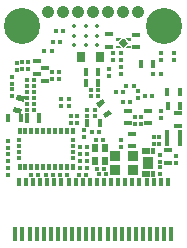
<source format=gbs>
G75*
%MOIN*%
%OFA0B0*%
%FSLAX25Y25*%
%IPPOS*%
%LPD*%
%AMOC8*
5,1,8,0,0,1.08239X$1,22.5*
%
%ADD10R,0.01381X0.01775*%
%ADD11R,0.02562X0.01775*%
%ADD12R,0.01775X0.02562*%
%ADD13R,0.01775X0.01381*%
%ADD14R,0.01775X0.03350*%
%ADD15R,0.02956X0.03743*%
%ADD16C,0.00200*%
%ADD17C,0.04137*%
%ADD18C,0.01381*%
%ADD19R,0.02169X0.02562*%
%ADD20R,0.01184X0.02070*%
%ADD21R,0.01676X0.01184*%
%ADD22R,0.03743X0.03350*%
%ADD23R,0.01381X0.05121*%
%ADD24R,0.01381X0.02562*%
%ADD25R,0.03350X0.04137*%
%ADD26R,0.01381X0.01972*%
%ADD27C,0.12011*%
D10*
X0177102Y0069819D03*
X0179465Y0069819D03*
X0182024Y0069819D03*
X0184386Y0069819D03*
X0186945Y0069701D03*
X0189307Y0069701D03*
X0193047Y0069819D03*
X0193638Y0071984D03*
X0196000Y0071984D03*
X0195409Y0069819D03*
X0199071Y0071945D03*
X0199898Y0069976D03*
X0202260Y0069976D03*
X0201433Y0071945D03*
X0196000Y0074346D03*
X0193638Y0074346D03*
X0193638Y0076906D03*
X0193638Y0079268D03*
X0196000Y0079268D03*
X0196000Y0076906D03*
X0198874Y0081551D03*
X0201236Y0081551D03*
X0199819Y0084071D03*
X0197457Y0084071D03*
X0198362Y0089504D03*
X0198362Y0091472D03*
X0196000Y0091472D03*
X0196000Y0089504D03*
X0197181Y0096197D03*
X0197181Y0098165D03*
X0199543Y0098165D03*
X0199543Y0096197D03*
X0205646Y0097378D03*
X0208008Y0097378D03*
X0208992Y0099346D03*
X0211354Y0099346D03*
X0215213Y0096236D03*
X0217575Y0096236D03*
X0210173Y0094228D03*
X0207811Y0094228D03*
X0218008Y0103323D03*
X0220370Y0103323D03*
X0189701Y0095016D03*
X0187339Y0095016D03*
X0187339Y0092654D03*
X0189701Y0092654D03*
X0178283Y0093441D03*
X0178283Y0095409D03*
X0178283Y0097378D03*
X0178283Y0099346D03*
X0178283Y0101315D03*
X0175921Y0101315D03*
X0175921Y0099346D03*
X0175921Y0097378D03*
X0175921Y0095409D03*
X0175921Y0093441D03*
X0175921Y0091472D03*
X0178283Y0091472D03*
X0181669Y0111118D03*
X0184031Y0111118D03*
X0184425Y0114150D03*
X0186787Y0114150D03*
X0187929Y0117850D03*
X0185567Y0117850D03*
D11*
X0179071Y0107746D03*
X0181827Y0105383D03*
X0179071Y0103546D03*
X0181827Y0101183D03*
X0203283Y0112601D03*
X0203283Y0116801D03*
X0212339Y0116604D03*
X0212339Y0112404D03*
X0209386Y0091210D03*
X0209386Y0087010D03*
X0210764Y0083533D03*
X0216079Y0087010D03*
X0216079Y0091210D03*
X0226236Y0090344D03*
X0226236Y0086144D03*
X0222969Y0078021D03*
X0222969Y0073821D03*
X0210764Y0079333D03*
D12*
X0222640Y0080843D03*
X0222640Y0083598D03*
X0226840Y0083598D03*
X0226840Y0080843D03*
X0226998Y0092850D03*
X0222798Y0092850D03*
X0222640Y0097614D03*
X0226840Y0097614D03*
X0217982Y0106787D03*
X0213782Y0106787D03*
X0199675Y0104071D03*
X0199675Y0100528D03*
X0195475Y0100528D03*
X0195475Y0104071D03*
G36*
X0199784Y0092302D02*
X0198849Y0093808D01*
X0201026Y0095158D01*
X0201961Y0093652D01*
X0199784Y0092302D01*
G37*
G36*
X0201997Y0088732D02*
X0201062Y0090238D01*
X0203239Y0091588D01*
X0204174Y0090082D01*
X0201997Y0088732D01*
G37*
X0200069Y0087142D03*
X0195869Y0087142D03*
X0173691Y0088717D03*
G36*
X0171246Y0090740D02*
X0171645Y0092468D01*
X0174140Y0091892D01*
X0173741Y0090164D01*
X0171246Y0090740D01*
G37*
X0169491Y0088717D03*
G36*
X0172191Y0094832D02*
X0172590Y0096560D01*
X0175085Y0095984D01*
X0174686Y0094256D01*
X0172191Y0094832D01*
G37*
D13*
X0169622Y0069819D03*
X0169622Y0072181D03*
X0169622Y0074543D03*
X0169622Y0076906D03*
X0169622Y0078874D03*
X0169622Y0081236D03*
X0170803Y0096197D03*
X0170803Y0098559D03*
X0170803Y0100134D03*
X0170803Y0102496D03*
X0172378Y0104858D03*
X0174346Y0105252D03*
X0176315Y0105252D03*
X0176315Y0107614D03*
X0174346Y0107614D03*
X0172378Y0107220D03*
X0184189Y0104071D03*
X0184189Y0101709D03*
X0186591Y0101787D03*
X0186591Y0104150D03*
X0203087Y0105252D03*
X0203087Y0102890D03*
X0207063Y0103598D03*
X0207063Y0105961D03*
X0207024Y0108008D03*
X0207024Y0110370D03*
X0204661Y0110370D03*
X0204661Y0108008D03*
X0212929Y0097772D03*
X0212929Y0095409D03*
X0213717Y0089110D03*
X0211748Y0089110D03*
X0211748Y0086748D03*
X0213717Y0086748D03*
X0218047Y0082614D03*
X0219976Y0082614D03*
X0219976Y0080252D03*
X0218047Y0080252D03*
X0220252Y0076354D03*
X0220252Y0073992D03*
X0220213Y0072575D03*
X0220213Y0070213D03*
X0225528Y0073756D03*
X0225528Y0076118D03*
X0220409Y0088677D03*
X0220409Y0091039D03*
X0207024Y0081630D03*
X0207024Y0079268D03*
X0194819Y0082417D03*
X0194819Y0084780D03*
X0192654Y0087142D03*
X0190488Y0087142D03*
X0190488Y0089504D03*
X0192654Y0089504D03*
X0220409Y0108205D03*
X0220409Y0110567D03*
X0224740Y0110567D03*
X0224740Y0108205D03*
D14*
X0179990Y0088717D03*
X0175790Y0088717D03*
D15*
X0193874Y0109110D03*
X0200331Y0109110D03*
D16*
X0205508Y0112319D02*
X0205508Y0112949D01*
X0206098Y0112949D01*
X0206728Y0112319D01*
X0205508Y0112319D01*
X0205508Y0112460D02*
X0206587Y0112460D01*
X0206389Y0112658D02*
X0205508Y0112658D01*
X0205508Y0112857D02*
X0206190Y0112857D01*
X0206936Y0113452D02*
X0208686Y0113452D01*
X0208488Y0113254D02*
X0207134Y0113254D01*
X0207333Y0113055D02*
X0208289Y0113055D01*
X0208091Y0112857D02*
X0207531Y0112857D01*
X0207730Y0112658D02*
X0207892Y0112658D01*
X0207811Y0112577D02*
X0209147Y0113913D01*
X0207811Y0115250D01*
X0206475Y0113913D01*
X0207811Y0112577D01*
X0208894Y0112319D02*
X0209524Y0112949D01*
X0210114Y0112949D01*
X0210114Y0112319D01*
X0208894Y0112319D01*
X0209035Y0112460D02*
X0210114Y0112460D01*
X0210114Y0112658D02*
X0209233Y0112658D01*
X0209432Y0112857D02*
X0210114Y0112857D01*
X0209083Y0113849D02*
X0206539Y0113849D01*
X0206609Y0114048D02*
X0209013Y0114048D01*
X0208814Y0114246D02*
X0206808Y0114246D01*
X0207006Y0114445D02*
X0208616Y0114445D01*
X0208417Y0114643D02*
X0207205Y0114643D01*
X0207403Y0114842D02*
X0208219Y0114842D01*
X0208020Y0115040D02*
X0207602Y0115040D01*
X0207800Y0115239D02*
X0207822Y0115239D01*
X0208894Y0115508D02*
X0209524Y0114878D01*
X0210114Y0114878D01*
X0210114Y0115508D01*
X0208894Y0115508D01*
X0208964Y0115437D02*
X0210114Y0115437D01*
X0210114Y0115239D02*
X0209163Y0115239D01*
X0209361Y0115040D02*
X0210114Y0115040D01*
X0208885Y0113651D02*
X0206737Y0113651D01*
X0206098Y0114878D02*
X0205508Y0114878D01*
X0205508Y0115508D01*
X0206728Y0115508D01*
X0206098Y0114878D01*
X0206261Y0115040D02*
X0205508Y0115040D01*
X0205508Y0115239D02*
X0206459Y0115239D01*
X0206658Y0115437D02*
X0205508Y0115437D01*
D17*
X0207969Y0124228D03*
X0212969Y0124228D03*
X0202969Y0124228D03*
X0197969Y0124228D03*
X0192969Y0124228D03*
X0187969Y0124228D03*
X0182969Y0124228D03*
D18*
X0191472Y0119425D03*
X0191472Y0116276D03*
X0191472Y0113126D03*
X0195409Y0113126D03*
X0195409Y0116276D03*
X0195409Y0119425D03*
X0199346Y0119425D03*
X0199346Y0116276D03*
X0199346Y0113126D03*
D19*
X0198638Y0078795D03*
X0201787Y0078795D03*
X0201787Y0074465D03*
X0198638Y0074465D03*
D20*
X0191079Y0072339D03*
X0189110Y0072339D03*
X0187142Y0072339D03*
X0185173Y0072339D03*
X0183205Y0072339D03*
X0181236Y0072339D03*
X0179268Y0072339D03*
X0177299Y0072339D03*
X0175331Y0072339D03*
X0173362Y0072339D03*
X0173362Y0084622D03*
X0175331Y0084622D03*
X0177299Y0084622D03*
X0179268Y0084622D03*
X0181236Y0084622D03*
X0183205Y0084622D03*
X0185173Y0084622D03*
X0187142Y0084622D03*
X0189110Y0084622D03*
X0191079Y0084622D03*
D21*
X0191276Y0081433D03*
X0191276Y0079465D03*
X0191276Y0077496D03*
X0191276Y0075528D03*
X0173165Y0075528D03*
X0173165Y0077496D03*
X0173165Y0079465D03*
X0173165Y0081433D03*
D22*
X0205252Y0076118D03*
X0205252Y0071394D03*
X0211157Y0071394D03*
X0211157Y0076118D03*
D23*
X0212142Y0050008D03*
X0214504Y0050008D03*
X0216866Y0050008D03*
X0219228Y0050008D03*
X0221591Y0050008D03*
X0223953Y0050008D03*
X0209780Y0050008D03*
X0207417Y0050008D03*
X0205055Y0050008D03*
X0202693Y0050008D03*
X0200331Y0050008D03*
X0197969Y0050008D03*
X0195606Y0050008D03*
X0193244Y0050008D03*
X0190882Y0050008D03*
X0188520Y0050008D03*
X0186157Y0050008D03*
X0183795Y0050008D03*
X0181433Y0050008D03*
X0179071Y0050008D03*
X0176709Y0050008D03*
X0174346Y0050008D03*
X0171984Y0050008D03*
D24*
X0173165Y0067331D03*
X0175528Y0067331D03*
X0177890Y0067331D03*
X0180252Y0067331D03*
X0182614Y0067331D03*
X0184976Y0067331D03*
X0187339Y0067331D03*
X0189701Y0067331D03*
X0192063Y0067331D03*
X0194425Y0067331D03*
X0196787Y0067331D03*
X0199150Y0067331D03*
X0201512Y0067331D03*
X0203874Y0067331D03*
X0206236Y0067331D03*
X0208598Y0067331D03*
X0210961Y0067331D03*
X0213323Y0067331D03*
X0215685Y0067331D03*
X0218047Y0067331D03*
X0220409Y0067331D03*
X0222772Y0067331D03*
D25*
X0216276Y0073953D03*
D26*
X0216276Y0077890D03*
X0217850Y0077890D03*
X0214701Y0077890D03*
X0214701Y0070016D03*
X0216276Y0070016D03*
X0217850Y0070016D03*
D27*
X0221591Y0119425D03*
X0174346Y0119425D03*
M02*

</source>
